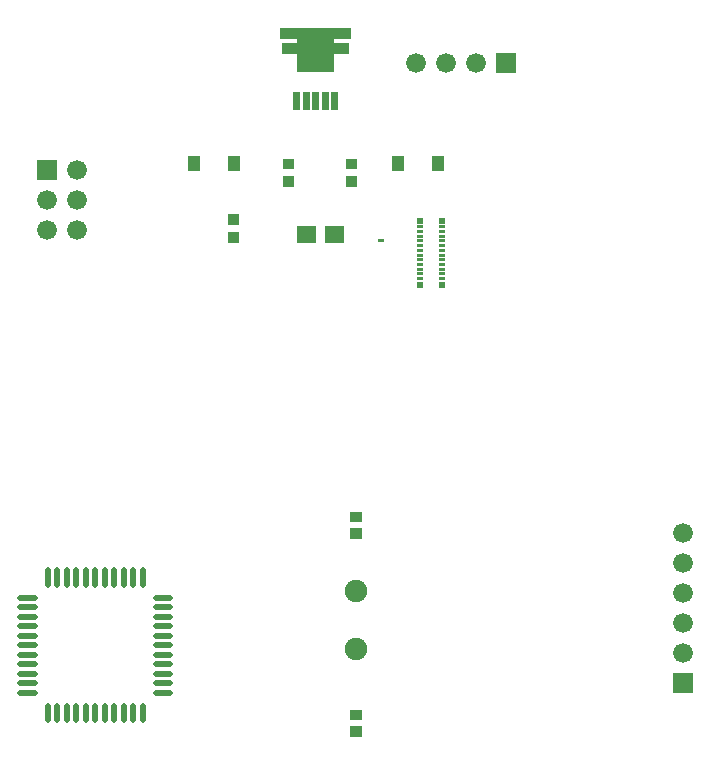
<source format=gts>
G04 Layer: TopSolderMaskLayer*
G04 EasyEDA v6.5.3, 2022-04-03 17:45:16*
G04 78107e5fb92a4dff92b191d725c0db84,37927428d3cb42c68971fe41ce46a6a6,10*
G04 Gerber Generator version 0.2*
G04 Scale: 100 percent, Rotated: No, Reflected: No *
G04 Dimensions in millimeters *
G04 leading zeros omitted , absolute positions ,4 integer and 5 decimal *
%FSLAX45Y45*%
%MOMM*%

%ADD35C,0.5496*%
%ADD37R,1.6764X1.6764*%
%ADD38C,1.6764*%
%ADD44C,1.9016*%

%LPD*%
D35*
X-2238400Y-3704081D02*
G01*
X-2114804Y-3704081D01*
X-2238400Y-3624071D02*
G01*
X-2114804Y-3624071D01*
X-2238400Y-3544087D02*
G01*
X-2114804Y-3544087D01*
X-2238400Y-3464077D02*
G01*
X-2114804Y-3464077D01*
X-2238400Y-3384092D02*
G01*
X-2114804Y-3384092D01*
X-2238400Y-3304082D02*
G01*
X-2114804Y-3304082D01*
X-2238400Y-3224072D02*
G01*
X-2114804Y-3224072D01*
X-2238400Y-3144088D02*
G01*
X-2114804Y-3144088D01*
X-2238400Y-3064078D02*
G01*
X-2114804Y-3064078D01*
X-2238400Y-2984093D02*
G01*
X-2114804Y-2984093D01*
X-2238400Y-2904083D02*
G01*
X-2114804Y-2904083D01*
X-2350795Y-2791688D02*
G01*
X-2350795Y-2668092D01*
X-2430805Y-2791688D02*
G01*
X-2430805Y-2668092D01*
X-2510790Y-2791688D02*
G01*
X-2510790Y-2668092D01*
X-2590800Y-2791688D02*
G01*
X-2590800Y-2668092D01*
X-2670784Y-2791688D02*
G01*
X-2670784Y-2668092D01*
X-2750794Y-2791688D02*
G01*
X-2750794Y-2668092D01*
X-2830804Y-2791688D02*
G01*
X-2830804Y-2668092D01*
X-2910789Y-2791688D02*
G01*
X-2910789Y-2668092D01*
X-2990799Y-2791688D02*
G01*
X-2990799Y-2668092D01*
X-3070783Y-2791688D02*
G01*
X-3070783Y-2668092D01*
X-3150793Y-2791691D02*
G01*
X-3150793Y-2668092D01*
X-3386785Y-2904083D02*
G01*
X-3263186Y-2904083D01*
X-3386785Y-2984093D02*
G01*
X-3263186Y-2984093D01*
X-3386785Y-3064078D02*
G01*
X-3263186Y-3064078D01*
X-3386785Y-3144088D02*
G01*
X-3263186Y-3144088D01*
X-3386785Y-3224072D02*
G01*
X-3263186Y-3224072D01*
X-3386785Y-3304082D02*
G01*
X-3263186Y-3304082D01*
X-3386785Y-3384092D02*
G01*
X-3263186Y-3384092D01*
X-3386785Y-3464077D02*
G01*
X-3263186Y-3464077D01*
X-3386785Y-3544087D02*
G01*
X-3263186Y-3544087D01*
X-3386785Y-3624071D02*
G01*
X-3263186Y-3624071D01*
X-3386785Y-3704081D02*
G01*
X-3263186Y-3704081D01*
X-3150793Y-3940075D02*
G01*
X-3150793Y-3816476D01*
X-3070783Y-3940075D02*
G01*
X-3070783Y-3816476D01*
X-2990799Y-3940075D02*
G01*
X-2990799Y-3816476D01*
X-2910789Y-3940075D02*
G01*
X-2910789Y-3816476D01*
X-2830804Y-3940075D02*
G01*
X-2830804Y-3816476D01*
X-2750794Y-3940075D02*
G01*
X-2750794Y-3816476D01*
X-2670784Y-3940075D02*
G01*
X-2670784Y-3816476D01*
X-2590800Y-3940075D02*
G01*
X-2590800Y-3816476D01*
X-2510790Y-3940075D02*
G01*
X-2510790Y-3816476D01*
X-2430805Y-3940075D02*
G01*
X-2430805Y-3816476D01*
X-2350795Y-3940075D02*
G01*
X-2350795Y-3816476D01*
G36*
X-355320Y114503D02*
G01*
X-355320Y139395D01*
X-305282Y139395D01*
X-305282Y114503D01*
G37*
G36*
X640105Y1541729D02*
G01*
X640105Y1709369D01*
X807745Y1709369D01*
X807745Y1541729D01*
G37*
D38*
G01*
X469900Y1625600D03*
G01*
X215900Y1625600D03*
G01*
X-38100Y1625600D03*
G36*
X163093Y-12496D02*
G01*
X163093Y12395D01*
X213131Y12395D01*
X213131Y-12496D01*
G37*
G36*
X163093Y265125D02*
G01*
X163093Y314909D01*
X213131Y314909D01*
X213131Y265125D01*
G37*
G36*
X163093Y27381D02*
G01*
X163093Y52527D01*
X213131Y52527D01*
X213131Y27381D01*
G37*
G36*
X163093Y-212394D02*
G01*
X163093Y-187502D01*
X213131Y-187502D01*
X213131Y-212394D01*
G37*
G36*
X163093Y-132384D02*
G01*
X163093Y-107492D01*
X213131Y-107492D01*
X213131Y-132384D01*
G37*
G36*
X163093Y-172516D02*
G01*
X163093Y-147370D01*
X213131Y-147370D01*
X213131Y-172516D01*
G37*
G36*
X163093Y-92506D02*
G01*
X163093Y-67614D01*
X213131Y-67614D01*
X213131Y-92506D01*
G37*
G36*
X163093Y-52374D02*
G01*
X163093Y-27482D01*
X213131Y-27482D01*
X213131Y-52374D01*
G37*
G36*
X-24866Y265125D02*
G01*
X-24866Y314909D01*
X24917Y314909D01*
X24917Y265125D01*
G37*
G36*
X-24866Y-12496D02*
G01*
X-24866Y12395D01*
X24917Y12395D01*
X24917Y-12496D01*
G37*
G36*
X-24866Y27381D02*
G01*
X-24866Y52527D01*
X24917Y52527D01*
X24917Y27381D01*
G37*
G36*
X-24866Y107391D02*
G01*
X-24866Y132537D01*
X24917Y132537D01*
X24917Y107391D01*
G37*
G36*
X-24866Y67513D02*
G01*
X-24866Y92405D01*
X24917Y92405D01*
X24917Y67513D01*
G37*
G36*
X-24866Y227533D02*
G01*
X-24866Y252425D01*
X24917Y252425D01*
X24917Y227533D01*
G37*
G36*
X-24866Y147523D02*
G01*
X-24866Y172415D01*
X24917Y172415D01*
X24917Y147523D01*
G37*
G36*
X-24866Y-172516D02*
G01*
X-24866Y-147370D01*
X24917Y-147370D01*
X24917Y-172516D01*
G37*
G36*
X-24866Y-212394D02*
G01*
X-24866Y-187502D01*
X24917Y-187502D01*
X24917Y-212394D01*
G37*
G36*
X-24866Y-132384D02*
G01*
X-24866Y-107492D01*
X24917Y-107492D01*
X24917Y-132384D01*
G37*
G36*
X-24866Y-92506D02*
G01*
X-24866Y-67614D01*
X24917Y-67614D01*
X24917Y-92506D01*
G37*
G36*
X-24866Y-52374D02*
G01*
X-24866Y-27482D01*
X24917Y-27482D01*
X24917Y-52374D01*
G37*
G36*
X163093Y-274878D02*
G01*
X163093Y-225094D01*
X213131Y-225094D01*
X213131Y-274878D01*
G37*
G36*
X-24866Y187401D02*
G01*
X-24866Y212547D01*
X24917Y212547D01*
X24917Y187401D01*
G37*
G36*
X163093Y67513D02*
G01*
X163093Y92405D01*
X213131Y92405D01*
X213131Y67513D01*
G37*
G36*
X163093Y107391D02*
G01*
X163093Y132537D01*
X213131Y132537D01*
X213131Y107391D01*
G37*
G36*
X163093Y147523D02*
G01*
X163093Y172415D01*
X213131Y172415D01*
X213131Y147523D01*
G37*
G36*
X163093Y187655D02*
G01*
X163093Y212547D01*
X213131Y212547D01*
X213131Y187655D01*
G37*
G36*
X163093Y227533D02*
G01*
X163093Y252425D01*
X213131Y252425D01*
X213131Y227533D01*
G37*
G36*
X-25120Y-274878D02*
G01*
X-25120Y-225094D01*
X24917Y-225094D01*
X24917Y-274878D01*
G37*
G36*
X-1045946Y102565D02*
G01*
X-1045946Y248615D01*
X-885672Y248615D01*
X-885672Y102565D01*
G37*
G36*
X-805916Y102565D02*
G01*
X-805916Y248615D01*
X-645642Y248615D01*
X-645642Y102565D01*
G37*
G36*
X-591032Y-2263190D02*
G01*
X-591032Y-2173020D01*
X-490956Y-2173020D01*
X-490956Y-2263190D01*
G37*
G36*
X-591032Y-2403144D02*
G01*
X-591032Y-2312974D01*
X-490956Y-2312974D01*
X-490956Y-2403144D01*
G37*
G36*
X-591032Y-4079544D02*
G01*
X-591032Y-3989374D01*
X-490956Y-3989374D01*
X-490956Y-4079544D01*
G37*
G36*
X-591032Y-3939590D02*
G01*
X-591032Y-3849420D01*
X-490956Y-3849420D01*
X-490956Y-3939590D01*
G37*
G36*
X96291Y710133D02*
G01*
X96291Y835101D01*
X201447Y835101D01*
X201447Y710133D01*
G37*
G36*
X-242036Y710133D02*
G01*
X-242036Y835101D01*
X-136880Y835101D01*
X-136880Y710133D01*
G37*
G36*
X-1969236Y710133D02*
G01*
X-1969236Y835101D01*
X-1864080Y835101D01*
X-1864080Y710133D01*
G37*
G36*
X-1630908Y710133D02*
G01*
X-1630908Y835101D01*
X-1525752Y835101D01*
X-1525752Y710133D01*
G37*
G36*
X-627354Y726389D02*
G01*
X-627354Y817067D01*
X-530834Y817067D01*
X-530834Y726389D01*
G37*
G36*
X-627354Y575767D02*
G01*
X-627354Y666445D01*
X-530834Y666445D01*
X-530834Y575767D01*
G37*
G36*
X-1160754Y575767D02*
G01*
X-1160754Y666445D01*
X-1064234Y666445D01*
X-1064234Y575767D01*
G37*
G36*
X-1160754Y726389D02*
G01*
X-1160754Y817067D01*
X-1064234Y817067D01*
X-1064234Y726389D01*
G37*
G36*
X-1630654Y256489D02*
G01*
X-1630654Y347167D01*
X-1534134Y347167D01*
X-1534134Y256489D01*
G37*
G36*
X-1630654Y105867D02*
G01*
X-1630654Y196545D01*
X-1534134Y196545D01*
X-1534134Y105867D01*
G37*
D44*
G01*
X-540994Y-2844190D03*
G01*
X-540994Y-3332175D03*
D38*
G01*
X-2903194Y213817D03*
G01*
X-3157194Y213817D03*
G01*
X-2903194Y467817D03*
G01*
X-3157194Y467817D03*
G01*
X-2903194Y721817D03*
G36*
X-3241014Y637997D02*
G01*
X-3241014Y805637D01*
X-3073374Y805637D01*
X-3073374Y637997D01*
G37*
G36*
X-753846Y1231849D02*
G01*
X-753846Y1381963D01*
X-693902Y1381963D01*
X-693902Y1231849D01*
G37*
G36*
X-833856Y1231849D02*
G01*
X-833856Y1381963D01*
X-773912Y1381963D01*
X-773912Y1231849D01*
G37*
G36*
X-913866Y1231849D02*
G01*
X-913866Y1381963D01*
X-853922Y1381963D01*
X-853922Y1231849D01*
G37*
G36*
X-993876Y1231849D02*
G01*
X-993876Y1381963D01*
X-933932Y1381963D01*
X-933932Y1231849D01*
G37*
G36*
X-1073886Y1231849D02*
G01*
X-1073886Y1381963D01*
X-1013942Y1381963D01*
X-1013942Y1231849D01*
G37*
G36*
X-1038834Y1551889D02*
G01*
X-1038834Y1702003D01*
X-1168882Y1702003D01*
X-1168882Y1791919D01*
X-1038834Y1791919D01*
X-1038834Y1831797D01*
X-1183868Y1831797D01*
X-1183868Y1921967D01*
X-583920Y1921967D01*
X-583920Y1831797D01*
X-728954Y1831797D01*
X-728954Y1791919D01*
X-598906Y1791919D01*
X-598906Y1702003D01*
X-728954Y1702003D01*
X-728954Y1551889D01*
G37*
G01*
X2227605Y-2351582D03*
G01*
X2227605Y-2605582D03*
G01*
X2227605Y-2859582D03*
G01*
X2227605Y-3113582D03*
G01*
X2227605Y-3367582D03*
D37*
G01*
X2227605Y-3621582D03*
M02*

</source>
